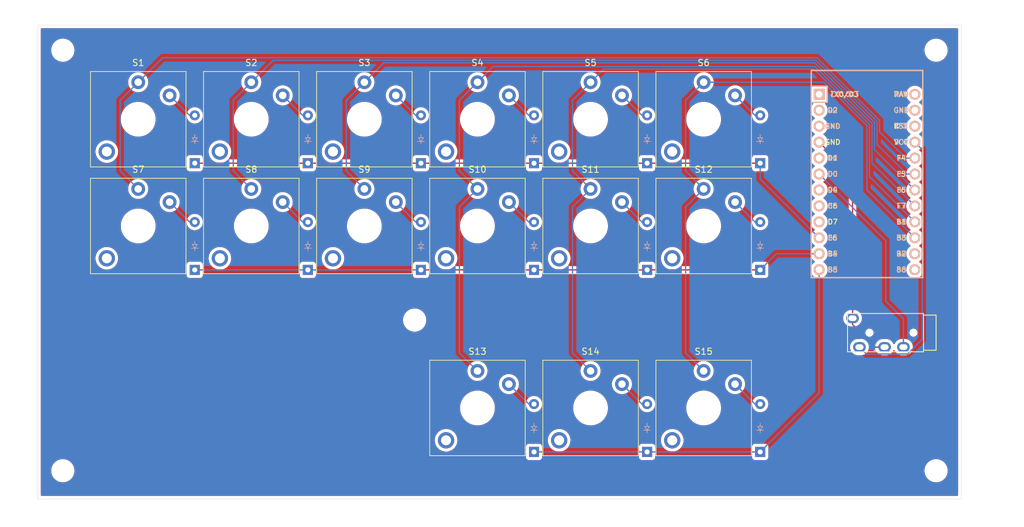
<source format=kicad_pcb>
(kicad_pcb (version 20240108) (generator "pcbnew") (generator_version "8.0")
  (layers (0 "F.Cu" signal) (31 "B.Cu" signal) (34 "B.Paste" user) (35 "F.Paste" user) (36 "B.SilkS" user "B.Silkscreen") (37 "F.SilkS" user "F.Silkscreen") (38 "B.Mask" user) (39 "F.Mask" user) (44 "Edge.Cuts" user))
  (net 0 "")
  (net 1 "Row1Top")
  (net 2 "Net-(D1-A)")
  (net 3 "Net-(D2-A)")
  (net 4 "Net-(D3-A)")
  (net 5 "Net-(D4-A)")
  (net 6 "Net-(D5-A)")
  (net 7 "Net-(D6-A)")
  (net 8 "Row2Middle")
  (net 9 "Net-(D7-A)")
  (net 10 "Net-(D8-A)")
  (net 11 "Net-(D9-A)")
  (net 12 "Net-(D10-A)")
  (net 13 "Net-(D11-A)")
  (net 14 "Net-(D12-A)")
  (net 15 "Row3Bottom")
  (net 16 "Net-(D13-A)")
  (net 17 "Net-(D14-A)")
  (net 18 "Net-(D15-A)")
  (net 19 "Column1")
  (net 20 "Column2")
  (net 21 "Column3")
  (net 22 "Column4")
  (net 23 "Column5")
  (net 24 "Column6")
  (net 26 "TRRSVCC")
  (net 29 "TRRS_DATA")
  (net 31 "TRRS_GROUND")
  (footprint "ScottoKeebs_Components:TRRS_PJ-320A" (layer "F.Cu") (at 205 114 -90)
    (property "Reference" "U2" (hide yes))
    (property "Value" "TRRS" (hide yes))
  )
  (footprint "MountingHole:MountingHole_3.2mm_M3" (layer "F.Cu") (at 68 136)
    (property "Reference" "REF**" (hide yes))
    (property "Value" "MountingHole_3.2mm_M3" (hide yes))
  )
  (footprint "ScottoKeebs_Choc:Choc_V2_1.00u" (layer "F.Cu") (at 116 97)
    (property "Reference" "S9")
    (property "Value" "Keyswitch")
  )
  (footprint "ScottoKeebs_Choc:Choc_V2_1.00u" (layer "F.Cu") (at 152 80)
    (property "Reference" "S5")
    (property "Value" "Keyswitch")
  )
  (footprint "MountingHole:MountingHole_3.2mm_M3" (layer "F.Cu") (at 207 69)
    (property "Reference" "REF**" (hide yes))
    (property "Value" "MountingHole_3.2mm_M3" (hide yes))
  )
  (footprint "ScottoKeebs_Choc:Choc_V2_1.00u" (layer "F.Cu") (at 98 80)
    (property "Reference" "S2")
    (property "Value" "Keyswitch")
  )
  (footprint "ScottoKeebs_MCU:Arduino_Pro_Micro" (layer "F.Cu") (at 196 90)
    (property "Reference" "U1" (hide yes))
    (property "Value" "Arduino_Pro_Micro" (hide yes))
  )
  (footprint "MountingHole:MountingHole_3.2mm_M3" (layer "F.Cu") (at 68 69)
    (property "Reference" "REF**" (hide yes))
    (property "Value" "MountingHole_3.2mm_M3" (hide yes))
  )
  (footprint "ScottoKeebs_Choc:Choc_V2_1.00u" (layer "F.Cu") (at 134 126)
    (property "Reference" "S13")
    (property "Value" "Keyswitch")
  )
  (footprint "ScottoKeebs_Choc:Choc_V2_1.00u" (layer "F.Cu") (at 152 97)
    (property "Reference" "S11")
    (property "Value" "Keyswitch")
  )
  (footprint "MountingHole:MountingHole_3.2mm_M3" (layer "F.Cu") (at 124 112)
    (property "Reference" "REF**" (hide yes))
    (property "Value" "MountingHole_3.2mm_M3" (hide yes))
  )
  (footprint "ScottoKeebs_Choc:Choc_V2_1.00u" (layer "F.Cu") (at 170 97)
    (property "Reference" "S12")
    (property "Value" "Keyswitch")
  )
  (footprint "ScottoKeebs_Choc:Choc_V2_1.00u" (layer "F.Cu") (at 134 80)
    (property "Reference" "S4")
    (property "Value" "Keyswitch")
  )
  (footprint "ScottoKeebs_Choc:Choc_V2_1.00u" (layer "F.Cu") (at 80 97)
    (property "Reference" "S7")
    (property "Value" "Keyswitch")
  )
  (footprint "ScottoKeebs_Choc:Choc_V2_1.00u" (layer "F.Cu") (at 170 126)
    (property "Reference" "S15")
    (property "Value" "Keyswitch")
  )
  (footprint "ScottoKeebs_Choc:Choc_V2_1.00u" (layer "F.Cu") (at 170 80)
    (property "Reference" "S6")
    (property "Value" "Keyswitch")
  )
  (footprint "ScottoKeebs_Choc:Choc_V2_1.00u" (layer "F.Cu") (at 98 97)
    (property "Reference" "S8")
    (property "Value" "Keyswitch")
  )
  (footprint "ScottoKeebs_Choc:Choc_V2_1.00u" (layer "F.Cu") (at 80 80)
    (property "Reference" "S1")
    (property "Value" "Keyswitch")
  )
  (footprint "ScottoKeebs_Choc:Choc_V2_1.00u" (layer "F.Cu") (at 152 126)
    (property "Reference" "S14")
    (property "Value" "Keyswitch")
  )
  (footprint "ScottoKeebs_Choc:Choc_V2_1.00u" (layer "F.Cu") (at 134 97)
    (property "Reference" "S10")
    (property "Value" "Keyswitch")
  )
  (footprint "ScottoKeebs_Choc:Choc_V2_1.00u" (layer "F.Cu") (at 116 80)
    (property "Reference" "S3")
    (property "Value" "Keyswitch")
  )
  (footprint "MountingHole:MountingHole_3.2mm_M3" (layer "F.Cu") (at 207 136)
    (property "Reference" "REF**" (hide yes))
    (property "Value" "MountingHole_3.2mm_M3" (hide yes))
  )
  (footprint "ScottoKeebs_Components:Diode_DO-35" (layer "B.Cu") (at 179 104 90)
    (property "Reference" "D12" (hide yes))
    (property "Value" "Diode" (hide yes))
  )
  (footprint "ScottoKeebs_Components:Diode_DO-35" (layer "B.Cu") (at 161 104 90)
    (property "Reference" "D11" (hide yes))
    (property "Value" "Diode" (hide yes))
  )
  (footprint "ScottoKeebs_Components:Diode_DO-35" (layer "B.Cu") (at 161 133 90)
    (property "Reference" "D14" (hide yes))
    (property "Value" "Diode" (hide yes))
  )
  (footprint "ScottoKeebs_Components:Diode_DO-35" (layer "B.Cu") (at 161 87 90)
    (property "Reference" "D5" (hide yes))
    (property "Value" "Diode" (hide yes))
  )
  (footprint "ScottoKeebs_Components:Diode_DO-35" (layer "B.Cu") (at 179 87 90)
    (property "Reference" "D6" (hide yes))
    (property "Value" "Diode" (hide yes))
  )
  (footprint "ScottoKeebs_Components:Diode_DO-35" (layer "B.Cu") (at 107 104 90)
    (property "Reference" "D8" (hide yes))
    (property "Value" "Diode" (hide yes))
  )
  (footprint "ScottoKeebs_Components:Diode_DO-35" (layer "B.Cu") (at 125 104 90)
    (property "Reference" "D9" (hide yes))
    (property "Value" "Diode" (hide yes))
  )
  (footprint "ScottoKeebs_Components:Diode_DO-35" (layer "B.Cu") (at 179 133 90)
    (property "Reference" "D15" (hide yes))
    (property "Value" "Diode" (hide yes))
  )
  (footprint "ScottoKeebs_Components:Diode_DO-35" (layer "B.Cu") (at 89 87 90)
    (property "Reference" "D1" (hide yes))
    (property "Value" "Diode" (hide yes))
  )
  (footprint "ScottoKeebs_Components:Diode_DO-35" (layer "B.Cu") (at 143 87 90)
    (property "Reference" "D4" (hide yes))
    (property "Value" "Diode" (hide yes))
  )
  (footprint "ScottoKeebs_Components:Diode_DO-35" (layer "B.Cu") (at 107 87 90)
    (property "Reference" "D2" (hide yes))
    (property "Value" "Diode" (hide yes))
  )
  (footprint "ScottoKeebs_Components:Diode_DO-35" (layer "B.Cu") (at 89 104 90)
    (property "Reference" "D7" (hide yes))
    (property "Value" "Diode" (hide yes))
  )
  (footprint "ScottoKeebs_Components:Diode_DO-35" (layer "B.Cu") (at 143 104 90)
    (property "Reference" "D10" (hide yes))
    (property "Value" "Diode" (hide yes))
  )
  (footprint "ScottoKeebs_Components:Diode_DO-35" (layer "B.Cu") (at 125 87 90)
    (property "Reference" "D3" (hide yes))
    (property "Value" "Diode" (hide yes))
  )
  (footprint "ScottoKeebs_Components:Diode_DO-35" (layer "B.Cu") (at 143 133 90)
    (property "Reference" "D13" (hide yes))
    (property "Value" "Diode" (hide yes))
  )
  (gr_rect (start 64 65) (end 211 140.5) (stroke (width 0.05)) (fill none) (layer "Edge.Cuts"))
  (segment (start 143 87) (end 161 87) (width 0.2) (layer "F.Cu") (net 1))
  (segment (start 161 87) (end 179 87) (width 0.2) (layer "F.Cu") (net 1))
  (segment (start 107 87) (end 125 87) (width 0.2) (layer "F.Cu") (net 1))
  (segment (start 89 87) (end 107 87) (width 0.2) (layer "F.Cu") (net 1))
  (segment (start 125 87) (end 143 87) (width 0.2) (layer "F.Cu") (net 1))
  (segment (start 188.38 98.89) (end 179 89.51) (width 0.2) (layer "B.Cu") (net 1))
  (segment (start 179 89.51) (end 179 87) (width 0.2) (layer "B.Cu") (net 1))
  (segment (start 85 76.2) (end 88.18 79.38) (width 0.2) (layer "B.Cu") (net 2))
  (segment (start 88.18 79.38) (end 89 79.38) (width 0.2) (layer "B.Cu") (net 2))
  (segment (start 106.18 79.38) (end 107 79.38) (width 0.2) (layer "B.Cu") (net 3))
  (segment (start 103 76.2) (end 106.18 79.38) (width 0.2) (layer "B.Cu") (net 3))
  (segment (start 121 76.2) (end 124.18 79.38) (width 0.2) (layer "B.Cu") (net 4))
  (segment (start 124.18 79.38) (end 125 79.38) (width 0.2) (layer "B.Cu") (net 4))
  (segment (start 139 76.2) (end 142.18 79.38) (width 0.2) (layer "B.Cu") (net 5))
  (segment (start 142.18 79.38) (end 143 79.38) (width 0.2) (layer "B.Cu") (net 5))
  (segment (start 157 76.2) (end 160.18 79.38) (width 0.2) (layer "B.Cu") (net 6))
  (segment (start 160.18 79.38) (end 161 79.38) (width 0.2) (layer "B.Cu") (net 6))
  (segment (start 178.18 79.38) (end 179 79.38) (width 0.2) (layer "B.Cu") (net 7))
  (segment (start 175 76.2) (end 178.18 79.38) (width 0.2) (layer "B.Cu") (net 7))
  (segment (start 161 104) (end 179 104) (width 0.2) (layer "F.Cu") (net 8))
  (segment (start 143 104) (end 161 104) (width 0.2) (layer "F.Cu") (net 8))
  (segment (start 125 104) (end 143 104) (width 0.2) (layer "F.Cu") (net 8))
  (segment (start 181.57 101.43) (end 179 104) (width 0.2) (layer "B.Cu") (net 8))
  (segment (start 89 104) (end 107 104) (width 0.2) (layer "B.Cu") (net 8))
  (segment (start 107 104) (end 125 104) (width 0.2) (layer "B.Cu") (net 8))
  (segment (start 188.38 101.43) (end 181.57 101.43) (width 0.2) (layer "B.Cu") (net 8))
  (segment (start 88.18 96.38) (end 89 96.38) (width 0.2) (layer "B.Cu") (net 9))
  (segment (start 85 93.2) (end 88.18 96.38) (width 0.2) (layer "B.Cu") (net 9))
  (segment (start 106.18 96.38) (end 107 96.38) (width 0.2) (layer "B.Cu") (net 10))
  (segment (start 103 93.2) (end 106.18 96.38) (width 0.2) (layer "B.Cu") (net 10))
  (segment (start 124.18 96.38) (end 125 96.38) (width 0.2) (layer "B.Cu") (net 11))
  (segment (start 121 93.2) (end 124.18 96.38) (width 0.2) (layer "B.Cu") (net 11))
  (segment (start 142.18 96.38) (end 143 96.38) (width 0.2) (layer "B.Cu") (net 12))
  (segment (start 139 93.2) (end 142.18 96.38) (width 0.2) (layer "B.Cu") (net 12))
  (segment (start 160.18 96.38) (end 161 96.38) (width 0.2) (layer "B.Cu") (net 13))
  (segment (start 157 93.2) (end 160.18 96.38) (width 0.2) (layer "B.Cu") (net 13))
  (segment (start 175 93.2) (end 178.18 96.38) (width 0.2) (layer "B.Cu") (net 14))
  (segment (start 178.18 96.38) (end 179 96.38) (width 0.2) (layer "B.Cu") (net 14))
  (segment (start 161 133) (end 179 133) (width 0.2) (layer "B.Cu") (net 15))
  (segment (start 143 133) (end 161 133) (width 0.2) (layer "B.Cu") (net 15))
  (segment (start 188.38 123.62) (end 188.38 103.97) (width 0.2) (layer "B.Cu") (net 15))
  (segment (start 179 133) (end 188.38 123.62) (width 0.2) (layer "B.Cu") (net 15))
  (segment (start 139 122.2) (end 142.18 125.38) (width 0.2) (layer "B.Cu") (net 16))
  (segment (start 142.18 125.38) (end 143 125.38) (width 0.2) (layer "B.Cu") (net 16))
  (segment (start 157 122.2) (end 160.18 125.38) (width 0.2) (layer "B.Cu") (net 17))
  (segment (start 160.18 125.38) (end 161 125.38) (width 0.2) (layer "B.Cu") (net 17))
  (segment (start 178.18 125.38) (end 179 125.38) (width 0.2) (layer "B.Cu") (net 18))
  (segment (start 175 122.2) (end 178.18 125.38) (width 0.2) (layer "B.Cu") (net 18))
  (segment (start 188.02843 70.2) (end 83.9 70.2) (width 0.2) (layer "B.Cu") (net 19))
  (segment (start 198 80.17157) (end 188.02843 70.2) (width 0.2) (layer "B.Cu") (net 19))
  (segment (start 203.62 86.19) (end 202.19 86.19) (width 0.2) (layer "B.Cu") (net 19))
  (segment (start 198 82) (end 198 80.17157) (width 0.2) (layer "B.Cu") (net 19))
  (segment (start 202.19 86.19) (end 198 82) (width 0.2) (layer "B.Cu") (net 19))
  (segment (start 83.9 70.2) (end 80 74.1) (width 0.2) (layer "B.Cu") (net 19))
  (segment (start 77.125 76.975) (end 77.125 88.225) (width 0.2) (layer "B.Cu") (net 19))
  (segment (start 77.125 88.225) (end 80 91.1) (width 0.2) (layer "B.Cu") (net 19))
  (segment (start 80 74.1) (end 77.125 76.975) (width 0.2) (layer "B.Cu") (net 19))
  (segment (start 202.33 88.73) (end 197.6 84) (width 0.2) (layer "B.Cu") (net 20))
  (segment (start 203.62 88.73) (end 202.33 88.73) (width 0.2) (layer "B.Cu") (net 20))
  (segment (start 98 74.1) (end 95.125 76.975) (width 0.2) (layer "B.Cu") (net 20))
  (segment (start 197.6 84) (end 197.6 80.337256) (width 0.2) (layer "B.Cu") (net 20))
  (segment (start 197.6 80.337256) (end 187.862744 70.6) (width 0.2) (layer "B.Cu") (net 20))
  (segment (start 95.125 76.975) (end 95.125 88.225) (width 0.2) (layer "B.Cu") (net 20))
  (segment (start 187.862744 70.6) (end 101.5 70.6) (width 0.2) (layer "B.Cu") (net 20))
  (segment (start 101.5 70.6) (end 98 74.1) (width 0.2) (layer "B.Cu") (net 20))
  (segment (start 95.125 88.225) (end 98 91.1) (width 0.2) (layer "B.Cu") (net 20))
  (segment (start 197.2 80.502942) (end 187.697058 71) (width 0.2) (layer "B.Cu") (net 21))
  (segment (start 197.2 84.85) (end 197.2 80.502942) (width 0.2) (layer "B.Cu") (net 21))
  (segment (start 116 74.1) (end 113.125 76.975) (width 0.2) (layer "B.Cu") (net 21))
  (segment (start 187.697058 71) (end 119.1 71) (width 0.2) (layer "B.Cu") (net 21))
  (segment (start 119.1 71) (end 116 74.1) (width 0.2) (layer "B.Cu") (net 21))
  (segment (start 113.125 88.225) (end 116 91.1) (width 0.2) (layer "B.Cu") (net 21))
  (segment (start 203.62 91.27) (end 197.2 84.85) (width 0.2) (layer "B.Cu") (net 21))
  (segment (start 113.125 76.975) (end 113.125 88.225) (width 0.2) (layer "B.Cu") (net 21))
  (segment (start 134 91.1) (end 131.125 93.975) (width 0.2) (layer "B.Cu") (net 22))
  (segment (start 131.125 93.975) (end 131.125 117.225) (width 0.2) (layer "B.Cu") (net 22))
  (segment (start 136.5 71.6) (end 134 74.1) (width 0.2) (layer "B.Cu") (net 22))
  (segment (start 131.125 76.975) (end 131.125 88.225) (width 0.2) (layer "B.Cu") (net 22))
  (segment (start 131.125 117.225) (end 134 120.1) (width 0.2) (layer "B.Cu") (net 22))
  (segment (start 134 74.1) (end 131.125 76.975) (width 0.2) (layer "B.Cu") (net 22))
  (segment (start 131.125 88.225) (end 134 91.1) (width 0.2) (layer "B.Cu") (net 22))
  (segment (start 196.8 86.99) (end 196.8 80.668628) (width 0.2) (layer "B.Cu") (net 22))
  (segment (start 187.731372 71.6) (end 136.5 71.6) (width 0.2) (layer "B.Cu") (net 22))
  (segment (start 203.62 93.81) (end 196.8 86.99) (width 0.2) (layer "B.Cu") (net 22))
  (segment (start 196.8 80.668628) (end 187.731372 71.6) (width 0.2) (layer "B.Cu") (net 22))
  (segment (start 196.4 80.834314) (end 187.565686 72) (width 0.2) (layer "B.Cu") (net 23))
  (segment (start 196.4 89.13) (end 196.4 80.834314) (width 0.2) (layer "B.Cu") (net 23))
  (segment (start 152 91.1) (end 149.125 93.975) (width 0.2) (layer "B.Cu") (net 23))
  (segment (start 203.62 96.35) (end 196.4 89.13) (width 0.2) (layer "B.Cu") (net 23))
  (segment (start 149.125 93.975) (end 149.125 117.225) (width 0.2) (layer "B.Cu") (net 23))
  (segment (start 152 74.1) (end 149.125 76.975) (width 0.2) (layer "B.Cu") (net 23))
  (segment (start 149.125 76.975) (end 149.125 88.225) (width 0.2) (layer "B.Cu") (net 23))
  (segment (start 149.125 117.225) (end 152 120.1) (width 0.2) (layer "B.Cu") (net 23))
  (segment (start 154.1 72) (end 152 74.1) (width 0.2) (layer "B.Cu") (net 23))
  (segment (start 149.125 88.225) (end 152 91.1) (width 0.2) (layer "B.Cu") (net 23))
  (segment (start 187.565686 72) (end 154.1 72) (width 0.2) (layer "B.Cu") (net 23))
  (segment (start 196 91.27) (end 196 81) (width 0.2) (layer "B.Cu") (net 24))
  (segment (start 203.62 98.89) (end 196 91.27) (width 0.2) (layer "B.Cu") (net 24))
  (segment (start 167.125 93.975) (end 167.125 117.225) (width 0.2) (layer "B.Cu") (net 24))
  (segment (start 189.1 74.1) (end 170 74.1) (width 0.2) (layer "B.Cu") (net 24))
  (segment (start 167.125 76.975) (end 167.125 88.225) (width 0.2) (layer "B.Cu") (net 24))
  (segment (start 170 74.1) (end 167.125 76.975) (width 0.2) (layer "B.Cu") (net 24))
  (segment (start 167.125 88.225) (end 170 91.1) (width 0.2) (layer "B.Cu") (net 24))
  (segment (start 167.125 117.225) (end 170 120.1) (width 0.2) (layer "B.Cu") (net 24))
  (segment (start 170 91.1) (end 167.125 93.975) (width 0.2) (layer "B.Cu") (net 24))
  (segment (start 196 81) (end 189.1 74.1) (width 0.2) (layer "B.Cu") (net 24))
  (segment (start 204.7963 84.8263) (end 204.7963 115.059335) (width 0.2) (layer "B.Cu") (net 26))
  (segment (start 204.7963 115.059335) (end 202.455635 117.4) (width 0.2) (layer "B.Cu") (net 26))
  (segment (start 202.455635 117.4) (end 195.9 117.4) (width 0.2) (layer "B.Cu") (net 26))
  (segment (start 203.62 83.65) (end 204.7963 84.8263) (width 0.2) (layer "B.Cu") (net 26))
  (segment (start 195.9 117.4) (end 194.8 116.3) (width 0.2) (layer "B.Cu") (net 26))
  (segment (start 199 109) (end 201.8 111.8) (width 0.2) (layer "B.Cu") (net 29))
  (segment (start 201.8 111.8) (end 201.8 116.3) (width 0.2) (layer "B.Cu") (net 29))
  (segment (start 199 99.35) (end 199 109) (width 0.2) (layer "B.Cu") (net 29))
  (segment (start 188.38 88.73) (end 199 99.35) (width 0.2) (layer "B.Cu") (net 29))
  (segment (start 193.7 111.7) (end 193.7 88.97) (width 0.2) (layer "F.Cu") (net 31))
  (segment (start 193.7 111.7) (end 193.7 112.7) (width 0.2) (layer "F.Cu") (net 31))
  (segment (start 193.7 88.97) (end 188.38 83.65) (width 0.2) (layer "F.Cu") (net 31))
  (segment (start 193.7 112.7) (end 197.3 116.3) (width 0.2) (layer "F.Cu") (net 31))
  (segment (start 197.3 116.3) (end 198.8 116.3) (width 0.2) (layer "F.Cu") (net 31))
  (zone (net 0) (net_name "") (layers "F.Cu" "B.Cu") (connect_pads (clearance 0.5)) (min_thickness 0.25) (fill yes (thermal_gap 0.5) (thermal_bridge_width 0.5) (island_removal_mode 1) (island_area_min 10))
    (polygon (pts (xy 58 63) (xy 59 145) (xy 221 145) (xy 217 61) (xy 58 62)))
  )
)
</source>
